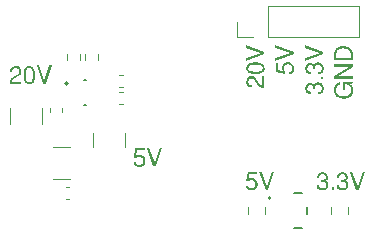
<source format=gto>
G04 #@! TF.GenerationSoftware,KiCad,Pcbnew,8.0.8*
G04 #@! TF.CreationDate,2025-05-21T17:39:24-04:00*
G04 #@! TF.ProjectId,project-TPS62933-breakout,70726f6a-6563-4742-9d54-505336323933,rev?*
G04 #@! TF.SameCoordinates,Original*
G04 #@! TF.FileFunction,Legend,Top*
G04 #@! TF.FilePolarity,Positive*
%FSLAX46Y46*%
G04 Gerber Fmt 4.6, Leading zero omitted, Abs format (unit mm)*
G04 Created by KiCad (PCBNEW 8.0.8) date 2025-05-21 17:39:24*
%MOMM*%
%LPD*%
G01*
G04 APERTURE LIST*
%ADD10C,0.100000*%
%ADD11C,0.127000*%
%ADD12C,0.200000*%
%ADD13C,0.120000*%
G04 APERTURE END LIST*
D10*
G36*
X48137712Y-26581577D02*
G01*
X48045526Y-26574746D01*
X47962407Y-26559749D01*
X47888356Y-26536587D01*
X47803726Y-26493001D01*
X47735215Y-26434898D01*
X47682825Y-26362278D01*
X47646555Y-26275140D01*
X47629931Y-26200260D01*
X47622375Y-26117214D01*
X47621871Y-26087718D01*
X47626251Y-26010592D01*
X47642429Y-25927775D01*
X47670529Y-25852672D01*
X47710550Y-25785282D01*
X47746435Y-25741870D01*
X47804260Y-25690050D01*
X47869063Y-25650958D01*
X47940843Y-25624594D01*
X48019600Y-25610957D01*
X48067737Y-25608879D01*
X48153845Y-25616607D01*
X48234712Y-25639791D01*
X48310337Y-25678431D01*
X48380721Y-25732527D01*
X48433254Y-25786932D01*
X48482432Y-25851229D01*
X48528257Y-25925418D01*
X48644394Y-26136444D01*
X48681695Y-26200100D01*
X48727612Y-26266017D01*
X48777212Y-26321004D01*
X48790573Y-26332815D01*
X48852554Y-26373424D01*
X48923000Y-26399401D01*
X48958368Y-26406454D01*
X48958368Y-25619138D01*
X49122500Y-25619138D01*
X49122500Y-26615282D01*
X49049304Y-26609477D01*
X48968623Y-26597765D01*
X48895748Y-26580875D01*
X48820592Y-26554626D01*
X48747709Y-26515997D01*
X48681832Y-26463539D01*
X48624302Y-26402498D01*
X48575075Y-26338931D01*
X48534111Y-26278028D01*
X48493201Y-26209916D01*
X48485026Y-26195429D01*
X48373285Y-26001256D01*
X48326642Y-25932403D01*
X48275465Y-25877797D01*
X48210029Y-25832093D01*
X48138422Y-25805779D01*
X48072133Y-25798656D01*
X47992603Y-25808656D01*
X47922771Y-25838657D01*
X47867702Y-25883286D01*
X47821188Y-25946196D01*
X47793981Y-26019063D01*
X47786003Y-26093946D01*
X47794589Y-26175312D01*
X47820349Y-26244012D01*
X47873930Y-26309734D01*
X47937471Y-26350571D01*
X48018186Y-26378742D01*
X48095122Y-26392161D01*
X48137712Y-26395830D01*
X48137712Y-26581577D01*
G37*
G36*
X48493366Y-24452765D02*
G01*
X48578288Y-24458656D01*
X48657726Y-24468473D01*
X48731680Y-24482218D01*
X48816411Y-24504921D01*
X48892573Y-24533759D01*
X48960166Y-24568734D01*
X48972657Y-24576465D01*
X49039517Y-24627431D01*
X49092543Y-24686357D01*
X49131737Y-24753243D01*
X49157098Y-24828088D01*
X49168626Y-24910894D01*
X49169394Y-24940265D01*
X49162400Y-25026320D01*
X49141419Y-25104236D01*
X49106450Y-25174011D01*
X49057493Y-25235646D01*
X48994548Y-25289141D01*
X48970458Y-25305163D01*
X48903846Y-25341049D01*
X48828342Y-25370851D01*
X48743948Y-25394572D01*
X48670031Y-25409169D01*
X48590424Y-25419874D01*
X48505127Y-25426686D01*
X48414140Y-25429606D01*
X48390504Y-25429727D01*
X48310862Y-25428220D01*
X48235429Y-25423697D01*
X48154370Y-25414835D01*
X48078808Y-25402035D01*
X48060776Y-25398220D01*
X47985331Y-25378987D01*
X47913060Y-25354558D01*
X47842392Y-25320993D01*
X47837294Y-25317986D01*
X47776587Y-25275312D01*
X47722572Y-25222459D01*
X47706135Y-25201849D01*
X47666143Y-25139778D01*
X47638724Y-25072156D01*
X47625097Y-24999770D01*
X47621871Y-24940265D01*
X47786003Y-24940265D01*
X47800806Y-25026600D01*
X47845215Y-25098302D01*
X47902059Y-25145128D01*
X47977850Y-25182589D01*
X48072590Y-25210684D01*
X48156079Y-25225610D01*
X48250226Y-25235268D01*
X48355032Y-25239658D01*
X48392336Y-25239951D01*
X48466557Y-25238797D01*
X48568911Y-25232741D01*
X48660491Y-25221495D01*
X48741297Y-25205058D01*
X48811329Y-25183430D01*
X48887945Y-25146519D01*
X48945407Y-25100380D01*
X48990299Y-25029730D01*
X49005263Y-24944661D01*
X48995829Y-24871617D01*
X48962663Y-24801814D01*
X48905618Y-24745110D01*
X48854321Y-24714584D01*
X48780199Y-24685748D01*
X48704053Y-24666669D01*
X48631703Y-24654744D01*
X48551267Y-24646433D01*
X48462746Y-24641735D01*
X48386107Y-24640579D01*
X48278862Y-24643213D01*
X48182165Y-24651115D01*
X48096018Y-24664284D01*
X48020419Y-24682722D01*
X47936029Y-24715500D01*
X47870392Y-24757644D01*
X47814719Y-24823492D01*
X47788347Y-24903975D01*
X47786003Y-24940265D01*
X47621871Y-24940265D01*
X47628736Y-24852792D01*
X47649332Y-24773924D01*
X47683657Y-24703659D01*
X47731712Y-24641998D01*
X47793497Y-24588941D01*
X47869013Y-24544488D01*
X47958258Y-24508639D01*
X48061234Y-24481393D01*
X48137512Y-24468010D01*
X48219892Y-24458450D01*
X48308375Y-24452714D01*
X48402960Y-24450802D01*
X48493366Y-24452765D01*
G37*
G36*
X49122500Y-23558339D02*
G01*
X49122500Y-23769364D01*
X47574977Y-24322574D01*
X47574977Y-24111549D01*
X48884729Y-23659822D01*
X47574977Y-23233374D01*
X47574977Y-23024546D01*
X49122500Y-23558339D01*
G37*
G36*
X55848005Y-27323830D02*
G01*
X55925527Y-27320610D01*
X55998316Y-27311795D01*
X56013968Y-27309176D01*
X56088531Y-27291685D01*
X56160404Y-27267657D01*
X56188724Y-27256419D01*
X56258858Y-27221834D01*
X56321616Y-27179992D01*
X56348093Y-27158234D01*
X56399590Y-27103007D01*
X56440256Y-27040650D01*
X56460933Y-26999232D01*
X56486172Y-26927727D01*
X56500934Y-26849728D01*
X56505263Y-26773185D01*
X56500369Y-26696691D01*
X56482286Y-26614122D01*
X56450881Y-26538740D01*
X56406151Y-26470547D01*
X56366045Y-26426238D01*
X56301437Y-26373134D01*
X56229432Y-26333073D01*
X56150029Y-26306055D01*
X56076080Y-26293278D01*
X56010305Y-26289950D01*
X55965975Y-26289950D01*
X55965975Y-26758164D01*
X55801844Y-26758164D01*
X55801844Y-26116660D01*
X56622500Y-26116660D01*
X56622500Y-26241224D01*
X56430158Y-26289950D01*
X56486229Y-26346165D01*
X56534824Y-26405080D01*
X56575943Y-26466698D01*
X56616828Y-26547520D01*
X56646031Y-26632564D01*
X56663553Y-26721830D01*
X56669160Y-26796282D01*
X56669394Y-26815317D01*
X56665856Y-26891629D01*
X56655243Y-26964313D01*
X56632027Y-27050063D01*
X56597756Y-27130143D01*
X56552429Y-27204551D01*
X56496047Y-27273289D01*
X56442981Y-27324197D01*
X56384311Y-27370135D01*
X56321508Y-27409949D01*
X56254572Y-27443637D01*
X56183504Y-27471200D01*
X56108302Y-27492639D01*
X56028966Y-27507951D01*
X55945498Y-27517139D01*
X55857897Y-27520202D01*
X55782180Y-27517523D01*
X55706154Y-27509486D01*
X55655298Y-27501151D01*
X55577571Y-27482123D01*
X55503969Y-27456353D01*
X55442074Y-27429343D01*
X55375148Y-27393795D01*
X55313589Y-27353094D01*
X55252072Y-27302372D01*
X55246802Y-27297452D01*
X55197121Y-27242662D01*
X55152949Y-27177210D01*
X55117906Y-27109188D01*
X55107217Y-27084595D01*
X55082854Y-27015375D01*
X55065451Y-26941804D01*
X55055010Y-26863883D01*
X55051530Y-26781611D01*
X55054526Y-26701469D01*
X55063515Y-26625907D01*
X55082213Y-26541276D01*
X55109540Y-26463241D01*
X55145496Y-26391800D01*
X55174262Y-26347836D01*
X55223828Y-26288661D01*
X55280479Y-26238631D01*
X55344213Y-26197745D01*
X55415032Y-26166005D01*
X55492934Y-26143409D01*
X55520476Y-26137909D01*
X55520476Y-26338311D01*
X55445653Y-26362989D01*
X55380277Y-26401577D01*
X55324349Y-26454076D01*
X55297360Y-26489253D01*
X55257867Y-26560663D01*
X55233612Y-26631583D01*
X55219570Y-26709509D01*
X55215661Y-26783443D01*
X55219900Y-26857657D01*
X55236181Y-26940432D01*
X55264671Y-27016356D01*
X55305372Y-27085427D01*
X55358283Y-27147646D01*
X55389317Y-27176186D01*
X55458243Y-27226362D01*
X55535050Y-27266157D01*
X55605078Y-27291389D01*
X55680580Y-27309412D01*
X55761556Y-27320226D01*
X55848005Y-27323830D01*
G37*
G36*
X55074977Y-24626657D02*
G01*
X56622500Y-24626657D01*
X56622500Y-24848307D01*
X55368068Y-25643684D01*
X56622500Y-25643684D01*
X56622500Y-25829431D01*
X55074977Y-25829431D01*
X55074977Y-25616207D01*
X56340033Y-24812403D01*
X55074977Y-24812403D01*
X55074977Y-24626657D01*
G37*
G36*
X55936780Y-23079558D02*
G01*
X56020838Y-23087423D01*
X56099812Y-23100532D01*
X56173703Y-23118885D01*
X56258919Y-23149199D01*
X56336192Y-23187707D01*
X56405522Y-23234407D01*
X56418435Y-23244731D01*
X56477223Y-23300181D01*
X56526047Y-23361660D01*
X56564907Y-23429167D01*
X56593803Y-23502703D01*
X56612735Y-23582267D01*
X56621702Y-23667860D01*
X56622500Y-23703785D01*
X56622500Y-24296562D01*
X55074977Y-24296562D01*
X55074977Y-23737491D01*
X55239108Y-23737491D01*
X55239108Y-24100558D01*
X56458368Y-24100558D01*
X56458368Y-23737491D01*
X56452907Y-23655900D01*
X56436524Y-23582038D01*
X56403605Y-23505632D01*
X56355821Y-23439745D01*
X56303030Y-23391643D01*
X56239768Y-23351427D01*
X56166485Y-23319532D01*
X56083181Y-23295957D01*
X56006107Y-23282668D01*
X55922074Y-23275156D01*
X55849837Y-23273307D01*
X55759604Y-23276196D01*
X55676437Y-23284863D01*
X55600336Y-23299309D01*
X55518342Y-23324270D01*
X55446523Y-23357552D01*
X55394446Y-23391643D01*
X55333919Y-23448514D01*
X55288258Y-23515903D01*
X55257463Y-23593811D01*
X55242900Y-23668962D01*
X55239108Y-23737491D01*
X55074977Y-23737491D01*
X55074977Y-23703785D01*
X55079932Y-23615174D01*
X55094798Y-23532753D01*
X55119574Y-23456521D01*
X55154260Y-23386479D01*
X55198857Y-23322627D01*
X55253365Y-23264964D01*
X55277943Y-23243632D01*
X55345368Y-23195609D01*
X55420789Y-23155726D01*
X55504207Y-23123982D01*
X55576698Y-23104447D01*
X55654307Y-23090122D01*
X55737034Y-23081006D01*
X55824878Y-23077099D01*
X55847639Y-23076936D01*
X55936780Y-23079558D01*
G37*
G36*
X39004570Y-31744371D02*
G01*
X39004570Y-31908503D01*
X38382117Y-31908503D01*
X38322766Y-32348872D01*
X38386766Y-32310084D01*
X38462870Y-32279693D01*
X38543322Y-32263329D01*
X38599371Y-32260212D01*
X38677283Y-32265068D01*
X38749449Y-32279635D01*
X38826383Y-32308905D01*
X38895498Y-32351393D01*
X38948517Y-32398332D01*
X39000764Y-32462578D01*
X39040179Y-32534784D01*
X39066761Y-32614948D01*
X39079332Y-32689996D01*
X39082606Y-32757002D01*
X39077557Y-32842440D01*
X39062410Y-32921798D01*
X39037165Y-32995076D01*
X39001823Y-33062275D01*
X38956382Y-33123395D01*
X38938991Y-33142418D01*
X38882250Y-33193216D01*
X38819740Y-33233505D01*
X38751458Y-33263283D01*
X38677407Y-33282552D01*
X38597585Y-33291310D01*
X38569696Y-33291894D01*
X38491616Y-33287869D01*
X38414897Y-33274703D01*
X38410327Y-33273576D01*
X38336602Y-33251062D01*
X38290160Y-33230345D01*
X38228655Y-33187967D01*
X38203332Y-33163667D01*
X38155590Y-33106995D01*
X38144347Y-33090760D01*
X38111128Y-33023280D01*
X38106612Y-33011625D01*
X38084263Y-32946046D01*
X38074005Y-32893290D01*
X38259385Y-32893290D01*
X38290121Y-32972974D01*
X38333145Y-33036172D01*
X38398869Y-33089066D01*
X38468515Y-33116543D01*
X38550449Y-33127534D01*
X38565300Y-33127763D01*
X38645722Y-33120431D01*
X38715944Y-33098435D01*
X38782004Y-33056797D01*
X38804902Y-33035073D01*
X38851077Y-32970558D01*
X38878012Y-32901238D01*
X38891095Y-32821253D01*
X38892463Y-32782281D01*
X38886922Y-32703536D01*
X38867441Y-32625512D01*
X38833933Y-32558675D01*
X38803803Y-32520331D01*
X38742451Y-32469713D01*
X38669221Y-32437842D01*
X38593158Y-32425187D01*
X38565666Y-32424344D01*
X38489899Y-32430059D01*
X38417655Y-32450355D01*
X38351511Y-32488874D01*
X38295331Y-32537520D01*
X38291259Y-32541580D01*
X38120167Y-32541580D01*
X38232274Y-31744371D01*
X39004570Y-31744371D01*
G37*
G36*
X39962247Y-33245000D02*
G01*
X39751221Y-33245000D01*
X39198011Y-31697477D01*
X39409036Y-31697477D01*
X39860764Y-33007229D01*
X40287212Y-31697477D01*
X40496039Y-31697477D01*
X39962247Y-33245000D01*
G37*
G36*
X27605512Y-25260212D02*
G01*
X27612343Y-25168026D01*
X27627340Y-25084907D01*
X27650502Y-25010856D01*
X27694088Y-24926226D01*
X27752191Y-24857715D01*
X27824811Y-24805325D01*
X27911949Y-24769055D01*
X27986829Y-24752431D01*
X28069875Y-24744875D01*
X28099371Y-24744371D01*
X28176497Y-24748751D01*
X28259314Y-24764929D01*
X28334417Y-24793029D01*
X28401807Y-24833050D01*
X28445219Y-24868935D01*
X28497039Y-24926760D01*
X28536131Y-24991563D01*
X28562495Y-25063343D01*
X28576132Y-25142100D01*
X28578210Y-25190237D01*
X28570482Y-25276345D01*
X28547298Y-25357212D01*
X28508658Y-25432837D01*
X28454562Y-25503221D01*
X28400157Y-25555754D01*
X28335860Y-25604932D01*
X28261671Y-25650757D01*
X28050645Y-25766894D01*
X27986989Y-25804195D01*
X27921072Y-25850112D01*
X27866085Y-25899712D01*
X27854274Y-25913073D01*
X27813665Y-25975054D01*
X27787688Y-26045500D01*
X27780635Y-26080868D01*
X28567951Y-26080868D01*
X28567951Y-26245000D01*
X27571807Y-26245000D01*
X27577612Y-26171804D01*
X27589324Y-26091123D01*
X27606214Y-26018248D01*
X27632463Y-25943092D01*
X27671092Y-25870209D01*
X27723550Y-25804332D01*
X27784591Y-25746802D01*
X27848158Y-25697575D01*
X27909061Y-25656611D01*
X27977173Y-25615701D01*
X27991660Y-25607526D01*
X28185833Y-25495785D01*
X28254686Y-25449142D01*
X28309292Y-25397965D01*
X28354996Y-25332529D01*
X28381310Y-25260922D01*
X28388433Y-25194633D01*
X28378433Y-25115103D01*
X28348432Y-25045271D01*
X28303803Y-24990202D01*
X28240893Y-24943688D01*
X28168026Y-24916481D01*
X28093143Y-24908503D01*
X28011777Y-24917089D01*
X27943077Y-24942849D01*
X27877355Y-24996430D01*
X27836518Y-25059971D01*
X27808347Y-25140686D01*
X27794928Y-25217622D01*
X27791259Y-25260212D01*
X27605512Y-25260212D01*
G37*
G36*
X29334297Y-24751236D02*
G01*
X29413165Y-24771832D01*
X29483430Y-24806157D01*
X29545091Y-24854212D01*
X29598148Y-24915997D01*
X29642601Y-24991513D01*
X29678450Y-25080758D01*
X29705696Y-25183734D01*
X29719079Y-25260012D01*
X29728639Y-25342392D01*
X29734375Y-25430875D01*
X29736287Y-25525460D01*
X29734324Y-25615866D01*
X29728433Y-25700788D01*
X29718616Y-25780226D01*
X29704871Y-25854180D01*
X29682168Y-25938911D01*
X29653330Y-26015073D01*
X29618355Y-26082666D01*
X29610624Y-26095157D01*
X29559658Y-26162017D01*
X29500732Y-26215043D01*
X29433846Y-26254237D01*
X29359001Y-26279598D01*
X29276195Y-26291126D01*
X29246824Y-26291894D01*
X29160769Y-26284900D01*
X29082853Y-26263919D01*
X29013078Y-26228950D01*
X28951443Y-26179993D01*
X28897948Y-26117048D01*
X28881926Y-26092958D01*
X28846040Y-26026346D01*
X28816238Y-25950842D01*
X28792517Y-25866448D01*
X28777920Y-25792531D01*
X28767215Y-25712924D01*
X28760403Y-25627627D01*
X28757483Y-25536640D01*
X28757371Y-25514836D01*
X28947138Y-25514836D01*
X28948292Y-25589057D01*
X28954348Y-25691411D01*
X28965594Y-25782991D01*
X28982031Y-25863797D01*
X29003659Y-25933829D01*
X29040570Y-26010445D01*
X29086709Y-26067907D01*
X29157359Y-26112799D01*
X29242428Y-26127763D01*
X29315472Y-26118329D01*
X29385275Y-26085163D01*
X29441979Y-26028118D01*
X29472505Y-25976821D01*
X29501341Y-25902699D01*
X29520420Y-25826553D01*
X29532345Y-25754203D01*
X29540656Y-25673767D01*
X29545354Y-25585246D01*
X29546510Y-25508607D01*
X29543876Y-25401362D01*
X29535974Y-25304665D01*
X29522805Y-25218518D01*
X29504367Y-25142919D01*
X29471589Y-25058529D01*
X29429445Y-24992892D01*
X29363597Y-24937219D01*
X29283114Y-24910847D01*
X29246824Y-24908503D01*
X29160489Y-24923306D01*
X29088787Y-24967715D01*
X29041961Y-25024559D01*
X29004500Y-25100350D01*
X28976405Y-25195090D01*
X28961479Y-25278579D01*
X28951821Y-25372726D01*
X28947431Y-25477532D01*
X28947138Y-25514836D01*
X28757371Y-25514836D01*
X28757362Y-25513004D01*
X28758869Y-25433362D01*
X28763392Y-25357929D01*
X28772254Y-25276870D01*
X28785054Y-25201308D01*
X28788869Y-25183276D01*
X28808102Y-25107831D01*
X28832531Y-25035560D01*
X28866096Y-24964892D01*
X28869103Y-24959794D01*
X28911777Y-24899087D01*
X28964630Y-24845072D01*
X28985240Y-24828635D01*
X29047311Y-24788643D01*
X29114933Y-24761224D01*
X29187319Y-24747597D01*
X29246824Y-24744371D01*
X29334297Y-24751236D01*
G37*
G36*
X30628750Y-26245000D02*
G01*
X30417725Y-26245000D01*
X29864515Y-24697477D01*
X30075540Y-24697477D01*
X30527267Y-26007229D01*
X30953715Y-24697477D01*
X31162543Y-24697477D01*
X30628750Y-26245000D01*
G37*
G36*
X48504570Y-33744371D02*
G01*
X48504570Y-33908503D01*
X47882117Y-33908503D01*
X47822766Y-34348872D01*
X47886766Y-34310084D01*
X47962870Y-34279693D01*
X48043322Y-34263329D01*
X48099371Y-34260212D01*
X48177283Y-34265068D01*
X48249449Y-34279635D01*
X48326383Y-34308905D01*
X48395498Y-34351393D01*
X48448517Y-34398332D01*
X48500764Y-34462578D01*
X48540179Y-34534784D01*
X48566761Y-34614948D01*
X48579332Y-34689996D01*
X48582606Y-34757002D01*
X48577557Y-34842440D01*
X48562410Y-34921798D01*
X48537165Y-34995076D01*
X48501823Y-35062275D01*
X48456382Y-35123395D01*
X48438991Y-35142418D01*
X48382250Y-35193216D01*
X48319740Y-35233505D01*
X48251458Y-35263283D01*
X48177407Y-35282552D01*
X48097585Y-35291310D01*
X48069696Y-35291894D01*
X47991616Y-35287869D01*
X47914897Y-35274703D01*
X47910327Y-35273576D01*
X47836602Y-35251062D01*
X47790160Y-35230345D01*
X47728655Y-35187967D01*
X47703332Y-35163667D01*
X47655590Y-35106995D01*
X47644347Y-35090760D01*
X47611128Y-35023280D01*
X47606612Y-35011625D01*
X47584263Y-34946046D01*
X47574005Y-34893290D01*
X47759385Y-34893290D01*
X47790121Y-34972974D01*
X47833145Y-35036172D01*
X47898869Y-35089066D01*
X47968515Y-35116543D01*
X48050449Y-35127534D01*
X48065300Y-35127763D01*
X48145722Y-35120431D01*
X48215944Y-35098435D01*
X48282004Y-35056797D01*
X48304902Y-35035073D01*
X48351077Y-34970558D01*
X48378012Y-34901238D01*
X48391095Y-34821253D01*
X48392463Y-34782281D01*
X48386922Y-34703536D01*
X48367441Y-34625512D01*
X48333933Y-34558675D01*
X48303803Y-34520331D01*
X48242451Y-34469713D01*
X48169221Y-34437842D01*
X48093158Y-34425187D01*
X48065666Y-34424344D01*
X47989899Y-34430059D01*
X47917655Y-34450355D01*
X47851511Y-34488874D01*
X47795331Y-34537520D01*
X47791259Y-34541580D01*
X47620167Y-34541580D01*
X47732274Y-33744371D01*
X48504570Y-33744371D01*
G37*
G36*
X49462247Y-35245000D02*
G01*
X49251221Y-35245000D01*
X48698011Y-33697477D01*
X48909036Y-33697477D01*
X49360764Y-35007229D01*
X49787212Y-33697477D01*
X49996039Y-33697477D01*
X49462247Y-35245000D01*
G37*
G36*
X54069696Y-33908503D02*
G01*
X53995896Y-33913700D01*
X53921228Y-33934816D01*
X53857412Y-33981597D01*
X53849511Y-33991667D01*
X53812279Y-34061820D01*
X53791909Y-34139795D01*
X53785031Y-34213318D01*
X53599284Y-34213318D01*
X53605205Y-34129512D01*
X53618982Y-34053949D01*
X53649573Y-33966022D01*
X53694132Y-33892749D01*
X53752659Y-33834131D01*
X53825154Y-33790167D01*
X53911615Y-33760858D01*
X53985628Y-33748493D01*
X54067498Y-33744371D01*
X54144224Y-33748261D01*
X54225566Y-33762632D01*
X54298107Y-33787591D01*
X54370235Y-33829082D01*
X54401988Y-33855013D01*
X54455203Y-33915509D01*
X54493213Y-33986355D01*
X54514000Y-34056835D01*
X54523146Y-34135239D01*
X54523621Y-34159096D01*
X54516267Y-34240459D01*
X54494203Y-34311440D01*
X54449872Y-34381132D01*
X54385521Y-34436693D01*
X54314427Y-34473070D01*
X54384443Y-34502140D01*
X54448099Y-34541238D01*
X54500930Y-34592510D01*
X54508600Y-34602763D01*
X54544767Y-34673637D01*
X54562155Y-34745687D01*
X54567893Y-34820626D01*
X54567951Y-34829542D01*
X54563083Y-34905801D01*
X54545096Y-34987150D01*
X54513855Y-35060295D01*
X54469361Y-35125235D01*
X54429466Y-35166598D01*
X54364638Y-35215419D01*
X54291010Y-35252250D01*
X54220896Y-35274274D01*
X54144315Y-35287489D01*
X54061270Y-35291894D01*
X53978739Y-35287773D01*
X53903704Y-35275408D01*
X53815319Y-35246099D01*
X53740260Y-35202135D01*
X53678528Y-35143517D01*
X53630122Y-35070244D01*
X53595042Y-34982316D01*
X53577478Y-34906754D01*
X53567411Y-34822948D01*
X53753157Y-34822948D01*
X53764292Y-34903950D01*
X53788764Y-34978998D01*
X53830394Y-35043367D01*
X53839619Y-35053025D01*
X53900762Y-35095576D01*
X53971974Y-35118932D01*
X54048790Y-35127471D01*
X54067498Y-35127763D01*
X54144475Y-35121590D01*
X54218177Y-35100252D01*
X54284869Y-35059177D01*
X54295376Y-35049727D01*
X54342308Y-34988596D01*
X54369758Y-34913006D01*
X54377808Y-34831741D01*
X54370232Y-34754271D01*
X54341141Y-34678640D01*
X54290230Y-34621916D01*
X54217501Y-34584101D01*
X54140227Y-34567031D01*
X54067498Y-34562829D01*
X53989462Y-34565027D01*
X53966381Y-34565027D01*
X53966381Y-34400896D01*
X54048447Y-34396957D01*
X54128497Y-34387517D01*
X54201038Y-34370602D01*
X54249947Y-34349972D01*
X54304030Y-34297051D01*
X54329481Y-34221368D01*
X54333478Y-34165324D01*
X54325123Y-34089604D01*
X54296950Y-34020430D01*
X54262770Y-33977745D01*
X54202474Y-33935551D01*
X54127650Y-33912830D01*
X54069696Y-33908503D01*
G37*
G36*
X55054849Y-35033974D02*
G01*
X55054849Y-35245000D01*
X54835397Y-35245000D01*
X54835397Y-35033974D01*
X55054849Y-35033974D01*
G37*
G36*
X55760833Y-33908503D02*
G01*
X55687034Y-33913700D01*
X55612366Y-33934816D01*
X55548550Y-33981597D01*
X55540648Y-33991667D01*
X55503417Y-34061820D01*
X55483046Y-34139795D01*
X55476168Y-34213318D01*
X55290422Y-34213318D01*
X55296342Y-34129512D01*
X55310119Y-34053949D01*
X55340711Y-33966022D01*
X55385270Y-33892749D01*
X55443797Y-33834131D01*
X55516291Y-33790167D01*
X55602753Y-33760858D01*
X55676766Y-33748493D01*
X55758635Y-33744371D01*
X55835361Y-33748261D01*
X55916703Y-33762632D01*
X55989244Y-33787591D01*
X56061372Y-33829082D01*
X56093126Y-33855013D01*
X56146340Y-33915509D01*
X56184351Y-33986355D01*
X56205137Y-34056835D01*
X56214284Y-34135239D01*
X56214759Y-34159096D01*
X56207404Y-34240459D01*
X56185341Y-34311440D01*
X56141010Y-34381132D01*
X56076658Y-34436693D01*
X56005565Y-34473070D01*
X56075580Y-34502140D01*
X56139236Y-34541238D01*
X56192067Y-34592510D01*
X56199738Y-34602763D01*
X56235905Y-34673637D01*
X56253293Y-34745687D01*
X56259031Y-34820626D01*
X56259089Y-34829542D01*
X56254220Y-34905801D01*
X56236233Y-34987150D01*
X56204993Y-35060295D01*
X56160499Y-35125235D01*
X56120603Y-35166598D01*
X56055776Y-35215419D01*
X55982147Y-35252250D01*
X55912033Y-35274274D01*
X55835453Y-35287489D01*
X55752407Y-35291894D01*
X55669876Y-35287773D01*
X55594842Y-35275408D01*
X55506456Y-35246099D01*
X55431398Y-35202135D01*
X55369665Y-35143517D01*
X55321259Y-35070244D01*
X55286180Y-34982316D01*
X55268616Y-34906754D01*
X55258548Y-34822948D01*
X55444295Y-34822948D01*
X55455429Y-34903950D01*
X55479901Y-34978998D01*
X55521532Y-35043367D01*
X55530757Y-35053025D01*
X55591899Y-35095576D01*
X55663111Y-35118932D01*
X55739928Y-35127471D01*
X55758635Y-35127763D01*
X55835613Y-35121590D01*
X55909315Y-35100252D01*
X55976007Y-35059177D01*
X55986514Y-35049727D01*
X56033445Y-34988596D01*
X56060896Y-34913006D01*
X56068946Y-34831741D01*
X56061370Y-34754271D01*
X56032278Y-34678640D01*
X55981368Y-34621916D01*
X55908639Y-34584101D01*
X55831364Y-34567031D01*
X55758635Y-34562829D01*
X55680600Y-34565027D01*
X55657519Y-34565027D01*
X55657519Y-34400896D01*
X55739584Y-34396957D01*
X55819635Y-34387517D01*
X55892175Y-34370602D01*
X55941085Y-34349972D01*
X55995168Y-34297051D01*
X56020619Y-34221368D01*
X56024616Y-34165324D01*
X56016261Y-34089604D01*
X55988088Y-34020430D01*
X55953907Y-33977745D01*
X55893612Y-33935551D01*
X55818788Y-33912830D01*
X55760833Y-33908503D01*
G37*
G36*
X57153384Y-35245000D02*
G01*
X56942358Y-35245000D01*
X56389148Y-33697477D01*
X56600174Y-33697477D01*
X57051901Y-35007229D01*
X57478349Y-33697477D01*
X57687177Y-33697477D01*
X57153384Y-35245000D01*
G37*
G36*
X50121871Y-24516015D02*
G01*
X50286003Y-24516015D01*
X50286003Y-25138468D01*
X50726372Y-25197819D01*
X50687584Y-25133819D01*
X50657193Y-25057715D01*
X50640829Y-24977263D01*
X50637712Y-24921214D01*
X50642568Y-24843302D01*
X50657135Y-24771136D01*
X50686405Y-24694202D01*
X50728893Y-24625087D01*
X50775832Y-24572068D01*
X50840078Y-24519821D01*
X50912284Y-24480406D01*
X50992448Y-24453824D01*
X51067496Y-24441253D01*
X51134502Y-24437979D01*
X51219940Y-24443028D01*
X51299298Y-24458175D01*
X51372576Y-24483420D01*
X51439775Y-24518762D01*
X51500895Y-24564203D01*
X51519918Y-24581594D01*
X51570716Y-24638335D01*
X51611005Y-24700845D01*
X51640783Y-24769127D01*
X51660052Y-24843178D01*
X51668810Y-24923000D01*
X51669394Y-24950889D01*
X51665369Y-25028969D01*
X51652203Y-25105688D01*
X51651076Y-25110258D01*
X51628562Y-25183983D01*
X51607845Y-25230425D01*
X51565467Y-25291930D01*
X51541167Y-25317253D01*
X51484495Y-25364995D01*
X51468260Y-25376238D01*
X51400780Y-25409457D01*
X51389125Y-25413973D01*
X51323546Y-25436322D01*
X51270790Y-25446580D01*
X51270790Y-25261200D01*
X51350474Y-25230464D01*
X51413672Y-25187440D01*
X51466566Y-25121716D01*
X51494043Y-25052070D01*
X51505034Y-24970136D01*
X51505263Y-24955285D01*
X51497931Y-24874863D01*
X51475935Y-24804641D01*
X51434297Y-24738581D01*
X51412573Y-24715683D01*
X51348058Y-24669508D01*
X51278738Y-24642573D01*
X51198753Y-24629490D01*
X51159781Y-24628122D01*
X51081036Y-24633663D01*
X51003012Y-24653144D01*
X50936175Y-24686652D01*
X50897831Y-24716782D01*
X50847213Y-24778134D01*
X50815342Y-24851364D01*
X50802687Y-24927427D01*
X50801844Y-24954919D01*
X50807559Y-25030686D01*
X50827855Y-25102930D01*
X50866374Y-25169074D01*
X50915020Y-25225254D01*
X50919080Y-25229326D01*
X50919080Y-25400418D01*
X50121871Y-25288311D01*
X50121871Y-24516015D01*
G37*
G36*
X51622500Y-23558338D02*
G01*
X51622500Y-23769364D01*
X50074977Y-24322574D01*
X50074977Y-24111549D01*
X51384729Y-23659821D01*
X50074977Y-23233373D01*
X50074977Y-23024546D01*
X51622500Y-23558338D01*
G37*
G36*
X52786003Y-26642026D02*
G01*
X52791200Y-26715826D01*
X52812316Y-26790494D01*
X52859097Y-26854310D01*
X52869167Y-26862211D01*
X52939320Y-26899443D01*
X53017295Y-26919813D01*
X53090818Y-26926691D01*
X53090818Y-27112438D01*
X53007012Y-27106517D01*
X52931449Y-27092740D01*
X52843522Y-27062149D01*
X52770249Y-27017590D01*
X52711631Y-26959063D01*
X52667667Y-26886568D01*
X52638358Y-26800107D01*
X52625993Y-26726094D01*
X52621871Y-26644224D01*
X52625761Y-26567498D01*
X52640132Y-26486156D01*
X52665091Y-26413615D01*
X52706582Y-26341487D01*
X52732513Y-26309734D01*
X52793009Y-26256519D01*
X52863855Y-26218509D01*
X52934335Y-26197722D01*
X53012739Y-26188576D01*
X53036596Y-26188101D01*
X53117959Y-26195455D01*
X53188940Y-26217519D01*
X53258632Y-26261850D01*
X53314193Y-26326201D01*
X53350570Y-26397295D01*
X53379640Y-26327279D01*
X53418738Y-26263623D01*
X53470010Y-26210792D01*
X53480263Y-26203122D01*
X53551137Y-26166955D01*
X53623187Y-26149567D01*
X53698126Y-26143829D01*
X53707042Y-26143771D01*
X53783301Y-26148639D01*
X53864650Y-26166626D01*
X53937795Y-26197867D01*
X54002735Y-26242361D01*
X54044098Y-26282256D01*
X54092919Y-26347084D01*
X54129750Y-26420712D01*
X54151774Y-26490826D01*
X54164989Y-26567407D01*
X54169394Y-26650452D01*
X54165273Y-26732983D01*
X54152908Y-26808018D01*
X54123599Y-26896403D01*
X54079635Y-26971462D01*
X54021017Y-27033194D01*
X53947744Y-27081600D01*
X53859816Y-27116680D01*
X53784254Y-27134244D01*
X53700448Y-27144311D01*
X53700448Y-26958565D01*
X53781450Y-26947430D01*
X53856498Y-26922958D01*
X53920867Y-26881328D01*
X53930525Y-26872103D01*
X53973076Y-26810960D01*
X53996432Y-26739748D01*
X54004971Y-26662932D01*
X54005263Y-26644224D01*
X53999090Y-26567247D01*
X53977752Y-26493545D01*
X53936677Y-26426853D01*
X53927227Y-26416346D01*
X53866096Y-26369414D01*
X53790506Y-26341964D01*
X53709241Y-26333914D01*
X53631771Y-26341490D01*
X53556140Y-26370581D01*
X53499416Y-26421492D01*
X53461601Y-26494221D01*
X53444531Y-26571495D01*
X53440329Y-26644224D01*
X53442527Y-26722260D01*
X53442527Y-26745341D01*
X53278396Y-26745341D01*
X53274457Y-26663275D01*
X53265017Y-26583225D01*
X53248102Y-26510684D01*
X53227472Y-26461775D01*
X53174551Y-26407692D01*
X53098868Y-26382241D01*
X53042824Y-26378244D01*
X52967104Y-26386599D01*
X52897930Y-26414772D01*
X52855245Y-26448952D01*
X52813051Y-26509248D01*
X52790330Y-26584072D01*
X52786003Y-26642026D01*
G37*
G36*
X53911474Y-25656873D02*
G01*
X54122500Y-25656873D01*
X54122500Y-25876325D01*
X53911474Y-25876325D01*
X53911474Y-25656873D01*
G37*
G36*
X52786003Y-24950889D02*
G01*
X52791200Y-25024688D01*
X52812316Y-25099356D01*
X52859097Y-25163172D01*
X52869167Y-25171074D01*
X52939320Y-25208305D01*
X53017295Y-25228676D01*
X53090818Y-25235554D01*
X53090818Y-25421300D01*
X53007012Y-25415380D01*
X52931449Y-25401603D01*
X52843522Y-25371011D01*
X52770249Y-25326452D01*
X52711631Y-25267925D01*
X52667667Y-25195431D01*
X52638358Y-25108969D01*
X52625993Y-25034956D01*
X52621871Y-24953087D01*
X52625761Y-24876361D01*
X52640132Y-24795019D01*
X52665091Y-24722478D01*
X52706582Y-24650350D01*
X52732513Y-24618596D01*
X52793009Y-24565382D01*
X52863855Y-24527371D01*
X52934335Y-24506585D01*
X53012739Y-24497438D01*
X53036596Y-24496963D01*
X53117959Y-24504318D01*
X53188940Y-24526381D01*
X53258632Y-24570712D01*
X53314193Y-24635064D01*
X53350570Y-24706157D01*
X53379640Y-24636142D01*
X53418738Y-24572486D01*
X53470010Y-24519655D01*
X53480263Y-24511984D01*
X53551137Y-24475817D01*
X53623187Y-24458429D01*
X53698126Y-24452691D01*
X53707042Y-24452633D01*
X53783301Y-24457502D01*
X53864650Y-24475489D01*
X53937795Y-24506729D01*
X54002735Y-24551223D01*
X54044098Y-24591119D01*
X54092919Y-24655946D01*
X54129750Y-24729575D01*
X54151774Y-24799689D01*
X54164989Y-24876269D01*
X54169394Y-24959315D01*
X54165273Y-25041846D01*
X54152908Y-25116880D01*
X54123599Y-25205266D01*
X54079635Y-25280324D01*
X54021017Y-25342057D01*
X53947744Y-25390463D01*
X53859816Y-25425542D01*
X53784254Y-25443106D01*
X53700448Y-25453174D01*
X53700448Y-25267427D01*
X53781450Y-25256293D01*
X53856498Y-25231821D01*
X53920867Y-25190190D01*
X53930525Y-25180965D01*
X53973076Y-25119823D01*
X53996432Y-25048611D01*
X54004971Y-24971794D01*
X54005263Y-24953087D01*
X53999090Y-24876109D01*
X53977752Y-24802407D01*
X53936677Y-24735715D01*
X53927227Y-24725208D01*
X53866096Y-24678277D01*
X53790506Y-24650826D01*
X53709241Y-24642776D01*
X53631771Y-24650352D01*
X53556140Y-24679444D01*
X53499416Y-24730354D01*
X53461601Y-24803083D01*
X53444531Y-24880358D01*
X53440329Y-24953087D01*
X53442527Y-25031122D01*
X53442527Y-25054203D01*
X53278396Y-25054203D01*
X53274457Y-24972138D01*
X53265017Y-24892087D01*
X53248102Y-24819547D01*
X53227472Y-24770637D01*
X53174551Y-24716554D01*
X53098868Y-24691103D01*
X53042824Y-24687106D01*
X52967104Y-24695461D01*
X52897930Y-24723634D01*
X52855245Y-24757815D01*
X52813051Y-24818110D01*
X52790330Y-24892934D01*
X52786003Y-24950889D01*
G37*
G36*
X54122500Y-23558338D02*
G01*
X54122500Y-23769364D01*
X52574977Y-24322574D01*
X52574977Y-24111548D01*
X53884729Y-23659821D01*
X52574977Y-23233373D01*
X52574977Y-23024545D01*
X54122500Y-23558338D01*
G37*
D11*
X33915000Y-25950000D02*
X34085000Y-25950000D01*
X34085000Y-28050000D02*
X33915000Y-28050000D01*
D12*
X32500000Y-26250000D02*
G75*
G02*
X32300000Y-26250000I-100000J0D01*
G01*
X32300000Y-26250000D02*
G75*
G02*
X32500000Y-26250000I100000J0D01*
G01*
D13*
X46870000Y-22330000D02*
X46870000Y-21000000D01*
X48200000Y-22330000D02*
X46870000Y-22330000D01*
X49470000Y-19670000D02*
X57150000Y-19670000D01*
X49470000Y-22330000D02*
X49470000Y-19670000D01*
X49470000Y-22330000D02*
X57150000Y-22330000D01*
X57150000Y-22330000D02*
X57150000Y-19670000D01*
X32711252Y-31640000D02*
X31288748Y-31640000D01*
X32711252Y-34360000D02*
X31288748Y-34360000D01*
D11*
X51670000Y-35550000D02*
X52330000Y-35550000D01*
X52330000Y-38450000D02*
X51670000Y-38450000D01*
X52800000Y-36665000D02*
X52800000Y-37335000D01*
D12*
X49690000Y-35950000D02*
G75*
G02*
X49490000Y-35950000I-100000J0D01*
G01*
X49490000Y-35950000D02*
G75*
G02*
X49690000Y-35950000I100000J0D01*
G01*
D13*
X33977500Y-23762742D02*
X33977500Y-24237258D01*
X35022500Y-23762742D02*
X35022500Y-24237258D01*
X27640000Y-28288748D02*
X27640000Y-29711252D01*
X30360000Y-28288748D02*
X30360000Y-29711252D01*
X30990000Y-28359420D02*
X30990000Y-28640580D01*
X32010000Y-28359420D02*
X32010000Y-28640580D01*
X54765000Y-36738748D02*
X54765000Y-37261252D01*
X56235000Y-36738748D02*
X56235000Y-37261252D01*
X34640000Y-30397936D02*
X34640000Y-31602064D01*
X37360000Y-30397936D02*
X37360000Y-31602064D01*
X32640580Y-34990000D02*
X32359420Y-34990000D01*
X32640580Y-36010000D02*
X32359420Y-36010000D01*
X36859420Y-25490000D02*
X37140580Y-25490000D01*
X36859420Y-26510000D02*
X37140580Y-26510000D01*
X32477500Y-24237258D02*
X32477500Y-23762742D01*
X33522500Y-24237258D02*
X33522500Y-23762742D01*
X47765000Y-36738748D02*
X47765000Y-37261252D01*
X49235000Y-36738748D02*
X49235000Y-37261252D01*
X36859420Y-26990000D02*
X37140580Y-26990000D01*
X36859420Y-28010000D02*
X37140580Y-28010000D01*
M02*

</source>
